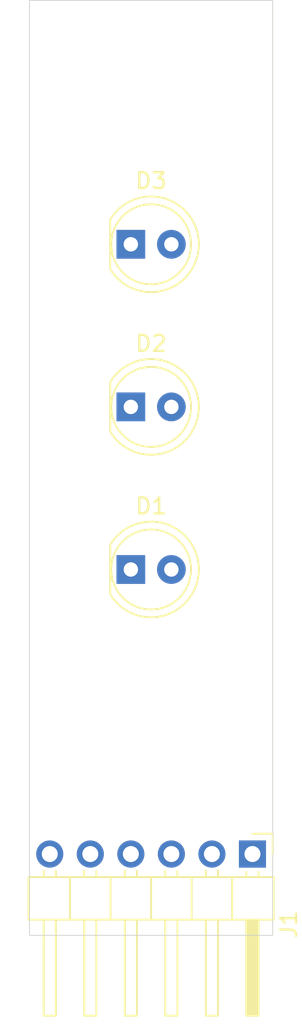
<source format=kicad_pcb>
(kicad_pcb (version 20240108) (generator "pcbnew") (generator_version "8.0")
  (layers (0 "F.Cu" signal) (31 "B.Cu" signal) (34 "B.Paste" user) (35 "F.Paste" user) (36 "B.SilkS" user "B.Silkscreen") (37 "F.SilkS" user "F.Silkscreen") (38 "B.Mask" user) (39 "F.Mask" user) (44 "Edge.Cuts" user))
  (net 0 "")
  (footprint "LED_THT:LED_D5.0mm" (layer "F.Cu") (at 208.28 73.66)
    (property "Reference" "D2" (at 1.27 -3.96 0) (layer "F.SilkS"))
    (property "Value" "LED")
    (fp_line (start -1.29 -1.545) (end -1.29 1.545) (stroke (width 0.12)) (layer "F.SilkS"))
    (fp_arc (start -1.29 -1.54483) (mid 2.071756 -2.880501) (end 4.26 -0.000048) (stroke (width 0.12)) (layer "F.SilkS"))
    (fp_arc (start 4.26 0.000048) (mid 2.071756 2.880501) (end -1.29 1.54483) (stroke (width 0.12)) (layer "F.SilkS"))
    (fp_circle (center 1.27 0) (end 3.77 0) (stroke (width 0.12)) (fill none) (layer "F.SilkS"))
    (pad "1" thru_hole rect (at 0 0) (size 1.8 1.8) (drill 0.9) (layers "*.Cu" "*.Mask"))
    (pad "2" thru_hole circle (at 2.54 0) (size 1.8 1.8) (drill 0.9) (layers "*.Cu" "*.Mask"))
  )
  (footprint "LED_THT:LED_D5.0mm" (layer "F.Cu") (at 208.28 83.82)
    (property "Reference" "D1" (at 1.27 -3.96 0) (layer "F.SilkS"))
    (property "Value" "LED")
    (fp_line (start -1.29 -1.545) (end -1.29 1.545) (stroke (width 0.12)) (layer "F.SilkS"))
    (fp_arc (start -1.29 -1.54483) (mid 2.071756 -2.880501) (end 4.26 -0.000048) (stroke (width 0.12)) (layer "F.SilkS"))
    (fp_arc (start 4.26 0.000048) (mid 2.071756 2.880501) (end -1.29 1.54483) (stroke (width 0.12)) (layer "F.SilkS"))
    (fp_circle (center 1.27 0) (end 3.77 0) (stroke (width 0.12)) (fill none) (layer "F.SilkS"))
    (pad "1" thru_hole rect (at 0 0) (size 1.8 1.8) (drill 0.9) (layers "*.Cu" "*.Mask"))
    (pad "2" thru_hole circle (at 2.54 0) (size 1.8 1.8) (drill 0.9) (layers "*.Cu" "*.Mask"))
  )
  (footprint "Connector_PinHeader_2.54mm:PinHeader_1x06_P2.54mm_Horizontal" (layer "F.Cu") (at 215.9 101.6 -90)
    (property "Reference" "J1" (at 4.385 -2.27 90) (layer "F.SilkS"))
    (property "Value" "Conn_01x06_Pin")
    (fp_line (start 1.44 14.03) (end 4.1 14.03) (stroke (width 0.12)) (layer "F.SilkS"))
    (fp_line (start 4.1 14.03) (end 4.1 -1.33) (stroke (width 0.12)) (layer "F.SilkS"))
    (fp_line (start 1.042929 13.08) (end 1.44 13.08) (stroke (width 0.12)) (layer "F.SilkS"))
    (fp_line (start 10.1 13.08) (end 4.1 13.08) (stroke (width 0.12)) (layer "F.SilkS"))
    (fp_line (start 1.042929 12.32) (end 1.44 12.32) (stroke (width 0.12)) (layer "F.SilkS"))
    (fp_line (start 4.1 12.32) (end 10.1 12.32) (stroke (width 0.12)) (layer "F.SilkS"))
    (fp_line (start 10.1 12.32) (end 10.1 13.08) (stroke (width 0.12)) (layer "F.SilkS"))
    (fp_line (start 1.44 11.43) (end 4.1 11.43) (stroke (width 0.12)) (layer "F.SilkS"))
    (fp_line (start 1.042929 10.54) (end 1.44 10.54) (stroke (width 0.12)) (layer "F.SilkS"))
    (fp_line (start 10.1 10.54) (end 4.1 10.54) (stroke (width 0.12)) (layer "F.SilkS"))
    (fp_line (start 1.042929 9.78) (end 1.44 9.78) (stroke (width 0.12)) (layer "F.SilkS"))
    (fp_line (start 4.1 9.78) (end 10.1 9.78) (stroke (width 0.12)) (layer "F.SilkS"))
    (fp_line (start 10.1 9.78) (end 10.1 10.54) (stroke (width 0.12)) (layer "F.SilkS"))
    (fp_line (start 1.44 8.89) (end 4.1 8.89) (stroke (width 0.12)) (layer "F.SilkS"))
    (fp_line (start 1.042929 8) (end 1.44 8) (stroke (width 0.12)) (layer "F.SilkS"))
    (fp_line (start 10.1 8) (end 4.1 8) (stroke (width 0.12)) (layer "F.SilkS"))
    (fp_line (start 1.042929 7.24) (end 1.44 7.24) (stroke (width 0.12)) (layer "F.SilkS"))
    (fp_line (start 4.1 7.24) (end 10.1 7.24) (stroke (width 0.12)) (layer "F.SilkS"))
    (fp_line (start 10.1 7.24) (end 10.1 8) (stroke (width 0.12)) (layer "F.SilkS"))
    (fp_line (start 1.44 6.35) (end 4.1 6.35) (stroke (width 0.12)) (layer "F.SilkS"))
    (fp_line (start 1.042929 5.46) (end 1.44 5.46) (stroke (width 0.12)) (layer "F.SilkS"))
    (fp_line (start 10.1 5.46) (end 4.1 5.46) (stroke (width 0.12)) (layer "F.SilkS"))
    (fp_line (start 1.042929 4.7) (end 1.44 4.7) (stroke (width 0.12)) (layer "F.SilkS"))
    (fp_line (start 4.1 4.7) (end 10.1 4.7) (stroke (width 0.12)) (layer "F.SilkS"))
    (fp_line (start 10.1 4.7) (end 10.1 5.46) (stroke (width 0.12)) (layer "F.SilkS"))
    (fp_line (start 1.44 3.81) (end 4.1 3.81) (stroke (width 0.12)) (layer "F.SilkS"))
    (fp_line (start 1.042929 2.92) (end 1.44 2.92) (stroke (width 0.12)) (layer "F.SilkS"))
    (fp_line (start 10.1 2.92) (end 4.1 2.92) (stroke (width 0.12)) (layer "F.SilkS"))
    (fp_line (start 1.042929 2.16) (end 1.44 2.16) (stroke (width 0.12)) (layer "F.SilkS"))
    (fp_line (start 4.1 2.16) (end 10.1 2.16) (stroke (width 0.12)) (layer "F.SilkS"))
    (fp_line (start 10.1 2.16) (end 10.1 2.92) (stroke (width 0.12)) (layer "F.SilkS"))
    (fp_line (start 1.44 1.27) (end 4.1 1.27) (stroke (width 0.12)) (layer "F.SilkS"))
    (fp_line (start 1.11 0.38) (end 1.44 0.38) (stroke (width 0.12)) (layer "F.SilkS"))
    (fp_line (start 10.1 0.38) (end 4.1 0.38) (stroke (width 0.12)) (layer "F.SilkS"))
    (fp_line (start 4.1 0.28) (end 10.1 0.28) (stroke (width 0.12)) (layer "F.SilkS"))
    (fp_line (start 4.1 0.16) (end 10.1 0.16) (stroke (width 0.12)) (layer "F.SilkS"))
    (fp_line (start 4.1 0.04) (end 10.1 0.04) (stroke (width 0.12)) (layer "F.SilkS"))
    (fp_line (start -1.27 0) (end -1.27 -1.27) (stroke (width 0.12)) (layer "F.SilkS"))
    (fp_line (start 4.1 -0.08) (end 10.1 -0.08) (stroke (width 0.12)) (layer "F.SilkS"))
    (fp_line (start 4.1 -0.2) (end 10.1 -0.2) (stroke (width 0.12)) (layer "F.SilkS"))
    (fp_line (start 4.1 -0.32) (end 10.1 -0.32) (stroke (width 0.12)) (layer "F.SilkS"))
    (fp_line (start 1.11 -0.38) (end 1.44 -0.38) (stroke (width 0.12)) (layer "F.SilkS"))
    (fp_line (start 4.1 -0.38) (end 10.1 -0.38) (stroke (width 0.12)) (layer "F.SilkS"))
    (fp_line (start 10.1 -0.38) (end 10.1 0.38) (stroke (width 0.12)) (layer "F.SilkS"))
    (fp_line (start -1.27 -1.27) (end 0 -1.27) (stroke (width 0.12)) (layer "F.SilkS"))
    (fp_line (start 1.44 -1.33) (end 1.44 14.03) (stroke (width 0.12)) (layer "F.SilkS"))
    (fp_line (start 4.1 -1.33) (end 1.44 -1.33) (stroke (width 0.12)) (layer "F.SilkS"))
    (pad "1" thru_hole rect (at 0 0 270) (size 1.7 1.7) (drill 1) (layers "*.Cu" "*.Mask"))
    (pad "2" thru_hole oval (at 0 2.54 270) (size 1.7 1.7) (drill 1) (layers "*.Cu" "*.Mask"))
    (pad "3" thru_hole oval (at 0 5.08 270) (size 1.7 1.7) (drill 1) (layers "*.Cu" "*.Mask"))
    (pad "4" thru_hole oval (at 0 7.62 270) (size 1.7 1.7) (drill 1) (layers "*.Cu" "*.Mask"))
    (pad "5" thru_hole oval (at 0 10.16 270) (size 1.7 1.7) (drill 1) (layers "*.Cu" "*.Mask"))
    (pad "6" thru_hole oval (at 0 12.7 270) (size 1.7 1.7) (drill 1) (layers "*.Cu" "*.Mask"))
  )
  (footprint "LED_THT:LED_D5.0mm" (layer "F.Cu") (at 208.28 63.5)
    (property "Reference" "D3" (at 1.27 -3.96 0) (layer "F.SilkS"))
    (property "Value" "LED")
    (fp_line (start -1.29 -1.545) (end -1.29 1.545) (stroke (width 0.12)) (layer "F.SilkS"))
    (fp_arc (start -1.29 -1.54483) (mid 2.071756 -2.880501) (end 4.26 -0.000048) (stroke (width 0.12)) (layer "F.SilkS"))
    (fp_arc (start 4.26 0.000048) (mid 2.071756 2.880501) (end -1.29 1.54483) (stroke (width 0.12)) (layer "F.SilkS"))
    (fp_circle (center 1.27 0) (end 3.77 0) (stroke (width 0.12)) (fill none) (layer "F.SilkS"))
    (pad "1" thru_hole rect (at 0 0) (size 1.8 1.8) (drill 0.9) (layers "*.Cu" "*.Mask"))
    (pad "2" thru_hole circle (at 2.54 0) (size 1.8 1.8) (drill 0.9) (layers "*.Cu" "*.Mask"))
  )
  (gr_rect (start 201.93 48.26) (end 217.17 106.68) (stroke (width 0.05)) (fill none) (layer "Edge.Cuts"))
)
</source>
